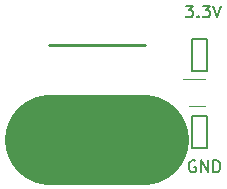
<source format=gto>
%TF.GenerationSoftware,KiCad,Pcbnew,4.0.5-e0-6337~49~ubuntu16.04.1*%
%TF.CreationDate,2017-02-14T00:16:06-08:00*%
%TF.ProjectId,2x3-USB-Power-Connector,3278332D5553422D506F7765722D436F,1.0*%
%TF.FileFunction,Legend,Top*%
%FSLAX46Y46*%
G04 Gerber Fmt 4.6, Leading zero omitted, Abs format (unit mm)*
G04 Created by KiCad (PCBNEW 4.0.5-e0-6337~49~ubuntu16.04.1) date Tue Feb 14 00:16:06 2017*
%MOMM*%
%LPD*%
G01*
G04 APERTURE LIST*
%ADD10C,0.350000*%
%ADD11C,0.152400*%
%ADD12C,0.150000*%
%ADD13C,0.120000*%
%ADD14C,7.600000*%
%ADD15C,0.254000*%
%ADD16R,1.502400X0.552400*%
%ADD17R,1.552400X1.752400*%
%ADD18C,1.352400*%
%ADD19R,2.052400X2.052400*%
%ADD20R,0.902400X0.952400*%
%ADD21R,0.752400X0.572400*%
G04 APERTURE END LIST*
D10*
D11*
X38176200Y-59078560D02*
X36906200Y-59078560D01*
X38176200Y-61809060D02*
X36906200Y-61809060D01*
D12*
X38176200Y-59078560D02*
X38176200Y-61809060D01*
X36906200Y-61809060D02*
X36906200Y-59078560D01*
D11*
X36906200Y-55314280D02*
X38176200Y-55314280D01*
X36906200Y-52583780D02*
X38176200Y-52583780D01*
D12*
X36906200Y-55314280D02*
X36906200Y-52583780D01*
X38176200Y-52583780D02*
X38176200Y-55314280D01*
D13*
X37997320Y-55954680D02*
X36097320Y-55954680D01*
X36597320Y-58274680D02*
X37997320Y-58274680D01*
D14*
X24867600Y-61097160D02*
X32767600Y-61097160D01*
D15*
X32867600Y-53097160D02*
X24767600Y-53097160D01*
D12*
X36329450Y-49748901D02*
X36948498Y-49748901D01*
X36615164Y-50129853D01*
X36758022Y-50129853D01*
X36853260Y-50177472D01*
X36900879Y-50225091D01*
X36948498Y-50320330D01*
X36948498Y-50558425D01*
X36900879Y-50653663D01*
X36853260Y-50701282D01*
X36758022Y-50748901D01*
X36472307Y-50748901D01*
X36377069Y-50701282D01*
X36329450Y-50653663D01*
X37377069Y-50653663D02*
X37424688Y-50701282D01*
X37377069Y-50748901D01*
X37329450Y-50701282D01*
X37377069Y-50653663D01*
X37377069Y-50748901D01*
X37758021Y-49748901D02*
X38377069Y-49748901D01*
X38043735Y-50129853D01*
X38186593Y-50129853D01*
X38281831Y-50177472D01*
X38329450Y-50225091D01*
X38377069Y-50320330D01*
X38377069Y-50558425D01*
X38329450Y-50653663D01*
X38281831Y-50701282D01*
X38186593Y-50748901D01*
X37900878Y-50748901D01*
X37805640Y-50701282D01*
X37758021Y-50653663D01*
X38662783Y-49748901D02*
X38996116Y-50748901D01*
X39329450Y-49748901D01*
X37158976Y-62908560D02*
X37063738Y-62860941D01*
X36920881Y-62860941D01*
X36778023Y-62908560D01*
X36682785Y-63003798D01*
X36635166Y-63099036D01*
X36587547Y-63289512D01*
X36587547Y-63432370D01*
X36635166Y-63622846D01*
X36682785Y-63718084D01*
X36778023Y-63813322D01*
X36920881Y-63860941D01*
X37016119Y-63860941D01*
X37158976Y-63813322D01*
X37206595Y-63765703D01*
X37206595Y-63432370D01*
X37016119Y-63432370D01*
X37635166Y-63860941D02*
X37635166Y-62860941D01*
X38206595Y-63860941D01*
X38206595Y-62860941D01*
X38682785Y-63860941D02*
X38682785Y-62860941D01*
X38920880Y-62860941D01*
X39063738Y-62908560D01*
X39158976Y-63003798D01*
X39206595Y-63099036D01*
X39254214Y-63289512D01*
X39254214Y-63432370D01*
X39206595Y-63622846D01*
X39158976Y-63718084D01*
X39063738Y-63813322D01*
X38920880Y-63860941D01*
X38682785Y-63860941D01*
%LPC*%
D16*
X40079720Y-58435160D03*
X40079720Y-57785160D03*
X40079720Y-57136060D03*
X40079720Y-56485160D03*
X40079720Y-55835160D03*
D17*
X40304720Y-60335160D03*
D18*
X42754720Y-60685160D03*
D19*
X42754720Y-58335160D03*
X42754720Y-55935160D03*
D17*
X40304720Y-53935160D03*
D18*
X42754720Y-53585160D03*
D20*
X37541200Y-59725560D03*
X37541200Y-61225560D03*
X37541200Y-54667280D03*
X37541200Y-53167280D03*
D21*
X36347320Y-56464680D03*
X36347320Y-57764680D03*
X38247320Y-56464680D03*
X36347320Y-57114680D03*
X38247320Y-57764680D03*
M02*

</source>
